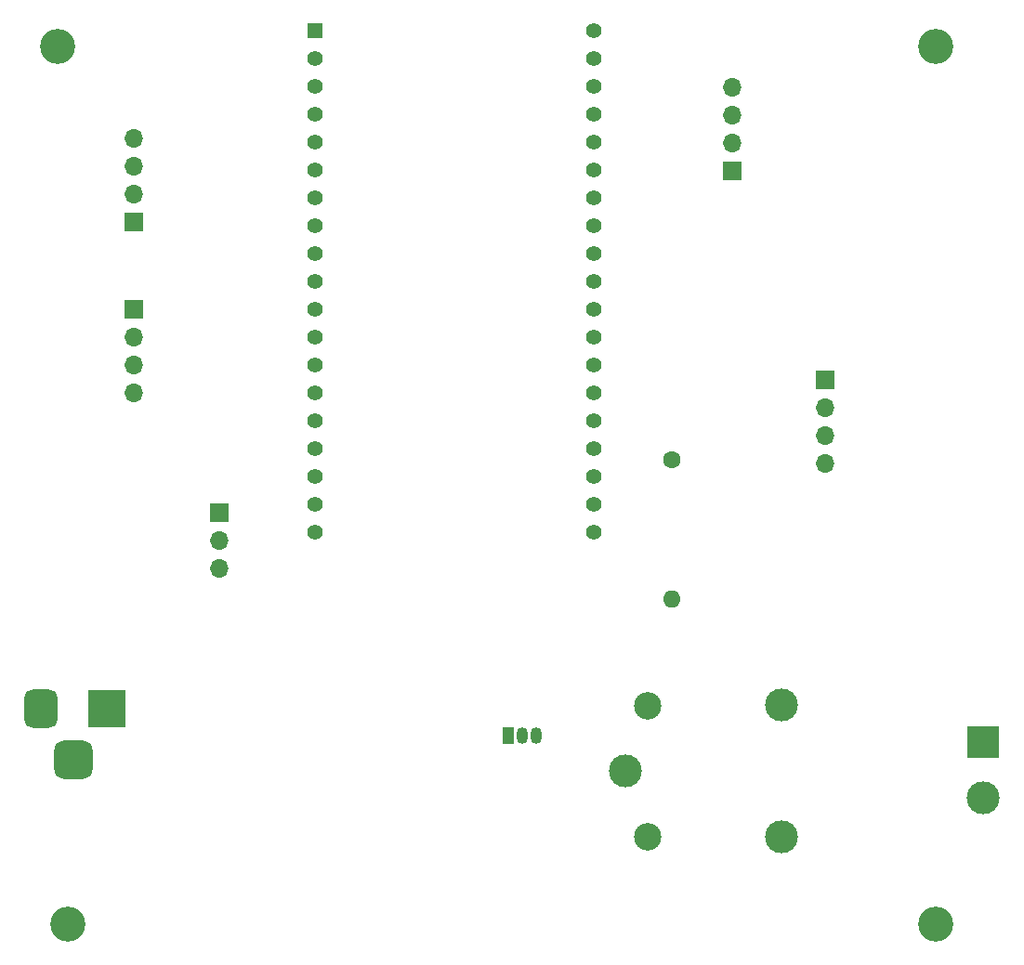
<source format=gbr>
%TF.GenerationSoftware,KiCad,Pcbnew,9.0.0*%
%TF.CreationDate,2025-02-27T14:40:57-05:00*%
%TF.ProjectId,pcb1prototipo,70636231-7072-46f7-946f-7469706f2e6b,rev?*%
%TF.SameCoordinates,Original*%
%TF.FileFunction,Soldermask,Bot*%
%TF.FilePolarity,Negative*%
%FSLAX46Y46*%
G04 Gerber Fmt 4.6, Leading zero omitted, Abs format (unit mm)*
G04 Created by KiCad (PCBNEW 9.0.0) date 2025-02-27 14:40:57*
%MOMM*%
%LPD*%
G01*
G04 APERTURE LIST*
G04 Aperture macros list*
%AMRoundRect*
0 Rectangle with rounded corners*
0 $1 Rounding radius*
0 $2 $3 $4 $5 $6 $7 $8 $9 X,Y pos of 4 corners*
0 Add a 4 corners polygon primitive as box body*
4,1,4,$2,$3,$4,$5,$6,$7,$8,$9,$2,$3,0*
0 Add four circle primitives for the rounded corners*
1,1,$1+$1,$2,$3*
1,1,$1+$1,$4,$5*
1,1,$1+$1,$6,$7*
1,1,$1+$1,$8,$9*
0 Add four rect primitives between the rounded corners*
20,1,$1+$1,$2,$3,$4,$5,0*
20,1,$1+$1,$4,$5,$6,$7,0*
20,1,$1+$1,$6,$7,$8,$9,0*
20,1,$1+$1,$8,$9,$2,$3,0*%
G04 Aperture macros list end*
%ADD10C,3.200000*%
%ADD11R,1.700000X1.700000*%
%ADD12O,1.700000X1.700000*%
%ADD13C,1.408000*%
%ADD14R,1.408000X1.408000*%
%ADD15O,1.600000X1.600000*%
%ADD16C,1.600000*%
%ADD17R,3.500000X3.500000*%
%ADD18RoundRect,0.750000X-0.750000X-1.000000X0.750000X-1.000000X0.750000X1.000000X-0.750000X1.000000X0*%
%ADD19RoundRect,0.875000X-0.875000X-0.875000X0.875000X-0.875000X0.875000X0.875000X-0.875000X0.875000X0*%
%ADD20C,3.000000*%
%ADD21C,2.500000*%
%ADD22R,1.050000X1.500000*%
%ADD23O,1.050000X1.500000*%
%ADD24R,3.000000X3.000000*%
G04 APERTURE END LIST*
D10*
%TO.C,REF\u002A\u002A*%
X155000000Y-41000000D03*
%TD*%
D11*
%TO.C,A3*%
X82000000Y-57000000D03*
D12*
X82000000Y-49380000D03*
X82000000Y-51920000D03*
X82000000Y-54460000D03*
%TD*%
D13*
%TO.C,U2*%
X98500000Y-72520000D03*
X123900000Y-42040000D03*
X123900000Y-85220000D03*
X98500000Y-85220000D03*
X123900000Y-82680000D03*
X98500000Y-82680000D03*
X123900000Y-80140000D03*
X98500000Y-80140000D03*
X123900000Y-77600000D03*
X98500000Y-77600000D03*
X123900000Y-75060000D03*
X98500000Y-75060000D03*
X123900000Y-72520000D03*
X123900000Y-69980000D03*
X98500000Y-69980000D03*
X123900000Y-67440000D03*
X98500000Y-67440000D03*
X123900000Y-64900000D03*
X98500000Y-64900000D03*
X123900000Y-62360000D03*
X98500000Y-62360000D03*
X123900000Y-59820000D03*
X98500000Y-59820000D03*
X123900000Y-57280000D03*
X98500000Y-57280000D03*
X123900000Y-54740000D03*
X98500000Y-54740000D03*
X123900000Y-52200000D03*
X98500000Y-52200000D03*
X123900000Y-49660000D03*
X98500000Y-49660000D03*
X123900000Y-47120000D03*
X98500000Y-47120000D03*
X123900000Y-44580000D03*
X98500000Y-44580000D03*
X98500000Y-42040000D03*
X123900000Y-39500000D03*
D14*
X98500000Y-39500000D03*
%TD*%
D15*
%TO.C,R1*%
X131000000Y-91350000D03*
D16*
X131000000Y-78650000D03*
%TD*%
D11*
%TO.C,A4*%
X82000000Y-64880000D03*
D12*
X82000000Y-72500000D03*
X82000000Y-69960000D03*
X82000000Y-67420000D03*
%TD*%
D11*
%TO.C,B1*%
X89745000Y-83500000D03*
D12*
X89745000Y-88580000D03*
X89745000Y-86040000D03*
%TD*%
D10*
%TO.C,REF\u002A\u002A*%
X155000000Y-121000000D03*
%TD*%
%TO.C,REF\u002A\u002A*%
X76000000Y-121000000D03*
%TD*%
D17*
%TO.C,J2*%
X79500000Y-101300000D03*
D18*
X73500000Y-101300000D03*
D19*
X76500000Y-106000000D03*
%TD*%
D11*
%TO.C,A1*%
X136475000Y-52300000D03*
D12*
X136475000Y-49760000D03*
X136475000Y-47220000D03*
X136475000Y-44680000D03*
%TD*%
D20*
%TO.C,K1*%
X126800000Y-107000000D03*
D21*
X128750000Y-113050000D03*
D20*
X140950000Y-113050000D03*
X141000000Y-101000000D03*
D21*
X128750000Y-101050000D03*
%TD*%
D11*
%TO.C,A2*%
X145000000Y-71380000D03*
D12*
X145000000Y-73920000D03*
X145000000Y-76460000D03*
X145000000Y-79000000D03*
%TD*%
D22*
%TO.C,Q1*%
X116100000Y-103800000D03*
D23*
X117370000Y-103800000D03*
X118640000Y-103800000D03*
%TD*%
D10*
%TO.C,REF\u002A\u002A*%
X75000000Y-41000000D03*
%TD*%
D24*
%TO.C,J1*%
X159350000Y-104350000D03*
D20*
X159350000Y-109430000D03*
%TD*%
M02*

</source>
